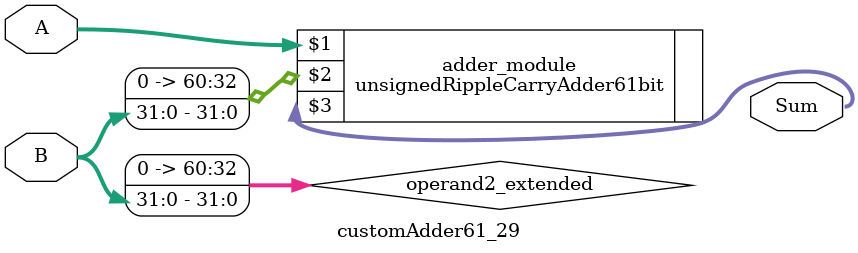
<source format=v>
module customAdder61_29(
                        input [60 : 0] A,
                        input [31 : 0] B,
                        
                        output [61 : 0] Sum
                );

        wire [60 : 0] operand2_extended;
        
        assign operand2_extended =  {29'b0, B};
        
        unsignedRippleCarryAdder61bit adder_module(
            A,
            operand2_extended,
            Sum
        );
        
        endmodule
        
</source>
